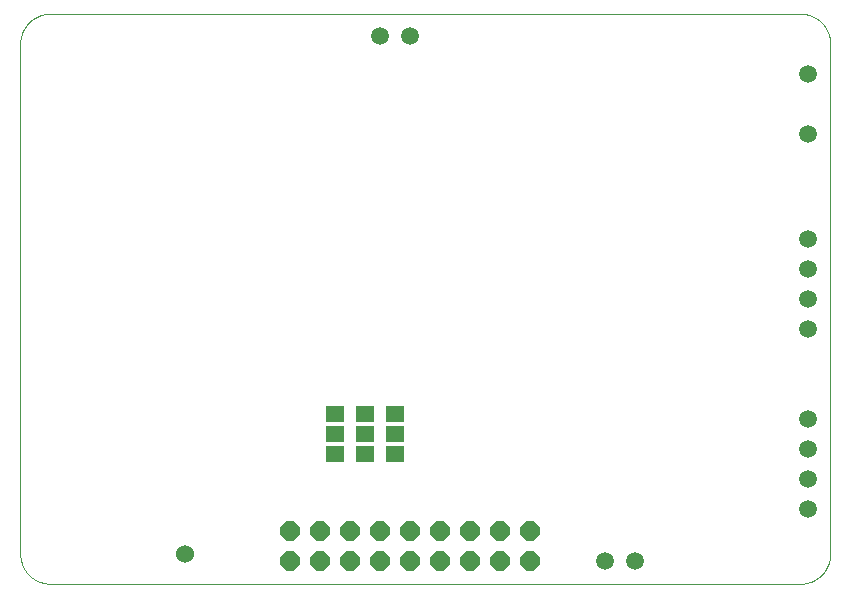
<source format=gbs>
G75*
%MOIN*%
%OFA0B0*%
%FSLAX25Y25*%
%IPPOS*%
%LPD*%
%AMOC8*
5,1,8,0,0,1.08239X$1,22.5*
%
%ADD10C,0.00000*%
%ADD11C,0.06000*%
%ADD12R,0.06306X0.05518*%
%ADD13C,0.05943*%
%ADD14OC8,0.06400*%
D10*
X0027919Y0011500D02*
X0277919Y0011500D01*
X0278161Y0011503D01*
X0278402Y0011512D01*
X0278643Y0011526D01*
X0278884Y0011547D01*
X0279124Y0011573D01*
X0279364Y0011605D01*
X0279603Y0011643D01*
X0279840Y0011686D01*
X0280077Y0011736D01*
X0280312Y0011791D01*
X0280546Y0011851D01*
X0280778Y0011918D01*
X0281009Y0011989D01*
X0281238Y0012067D01*
X0281465Y0012150D01*
X0281690Y0012238D01*
X0281913Y0012332D01*
X0282133Y0012431D01*
X0282351Y0012536D01*
X0282566Y0012645D01*
X0282779Y0012760D01*
X0282989Y0012880D01*
X0283195Y0013005D01*
X0283399Y0013135D01*
X0283600Y0013270D01*
X0283797Y0013410D01*
X0283991Y0013554D01*
X0284181Y0013703D01*
X0284367Y0013857D01*
X0284550Y0014015D01*
X0284729Y0014177D01*
X0284904Y0014344D01*
X0285075Y0014515D01*
X0285242Y0014690D01*
X0285404Y0014869D01*
X0285562Y0015052D01*
X0285716Y0015238D01*
X0285865Y0015428D01*
X0286009Y0015622D01*
X0286149Y0015819D01*
X0286284Y0016020D01*
X0286414Y0016224D01*
X0286539Y0016430D01*
X0286659Y0016640D01*
X0286774Y0016853D01*
X0286883Y0017068D01*
X0286988Y0017286D01*
X0287087Y0017506D01*
X0287181Y0017729D01*
X0287269Y0017954D01*
X0287352Y0018181D01*
X0287430Y0018410D01*
X0287501Y0018641D01*
X0287568Y0018873D01*
X0287628Y0019107D01*
X0287683Y0019342D01*
X0287733Y0019579D01*
X0287776Y0019816D01*
X0287814Y0020055D01*
X0287846Y0020295D01*
X0287872Y0020535D01*
X0287893Y0020776D01*
X0287907Y0021017D01*
X0287916Y0021258D01*
X0287919Y0021500D01*
X0287919Y0191500D01*
X0287916Y0191742D01*
X0287907Y0191983D01*
X0287893Y0192224D01*
X0287872Y0192465D01*
X0287846Y0192705D01*
X0287814Y0192945D01*
X0287776Y0193184D01*
X0287733Y0193421D01*
X0287683Y0193658D01*
X0287628Y0193893D01*
X0287568Y0194127D01*
X0287501Y0194359D01*
X0287430Y0194590D01*
X0287352Y0194819D01*
X0287269Y0195046D01*
X0287181Y0195271D01*
X0287087Y0195494D01*
X0286988Y0195714D01*
X0286883Y0195932D01*
X0286774Y0196147D01*
X0286659Y0196360D01*
X0286539Y0196570D01*
X0286414Y0196776D01*
X0286284Y0196980D01*
X0286149Y0197181D01*
X0286009Y0197378D01*
X0285865Y0197572D01*
X0285716Y0197762D01*
X0285562Y0197948D01*
X0285404Y0198131D01*
X0285242Y0198310D01*
X0285075Y0198485D01*
X0284904Y0198656D01*
X0284729Y0198823D01*
X0284550Y0198985D01*
X0284367Y0199143D01*
X0284181Y0199297D01*
X0283991Y0199446D01*
X0283797Y0199590D01*
X0283600Y0199730D01*
X0283399Y0199865D01*
X0283195Y0199995D01*
X0282989Y0200120D01*
X0282779Y0200240D01*
X0282566Y0200355D01*
X0282351Y0200464D01*
X0282133Y0200569D01*
X0281913Y0200668D01*
X0281690Y0200762D01*
X0281465Y0200850D01*
X0281238Y0200933D01*
X0281009Y0201011D01*
X0280778Y0201082D01*
X0280546Y0201149D01*
X0280312Y0201209D01*
X0280077Y0201264D01*
X0279840Y0201314D01*
X0279603Y0201357D01*
X0279364Y0201395D01*
X0279124Y0201427D01*
X0278884Y0201453D01*
X0278643Y0201474D01*
X0278402Y0201488D01*
X0278161Y0201497D01*
X0277919Y0201500D01*
X0027919Y0201500D01*
X0027677Y0201497D01*
X0027436Y0201488D01*
X0027195Y0201474D01*
X0026954Y0201453D01*
X0026714Y0201427D01*
X0026474Y0201395D01*
X0026235Y0201357D01*
X0025998Y0201314D01*
X0025761Y0201264D01*
X0025526Y0201209D01*
X0025292Y0201149D01*
X0025060Y0201082D01*
X0024829Y0201011D01*
X0024600Y0200933D01*
X0024373Y0200850D01*
X0024148Y0200762D01*
X0023925Y0200668D01*
X0023705Y0200569D01*
X0023487Y0200464D01*
X0023272Y0200355D01*
X0023059Y0200240D01*
X0022849Y0200120D01*
X0022643Y0199995D01*
X0022439Y0199865D01*
X0022238Y0199730D01*
X0022041Y0199590D01*
X0021847Y0199446D01*
X0021657Y0199297D01*
X0021471Y0199143D01*
X0021288Y0198985D01*
X0021109Y0198823D01*
X0020934Y0198656D01*
X0020763Y0198485D01*
X0020596Y0198310D01*
X0020434Y0198131D01*
X0020276Y0197948D01*
X0020122Y0197762D01*
X0019973Y0197572D01*
X0019829Y0197378D01*
X0019689Y0197181D01*
X0019554Y0196980D01*
X0019424Y0196776D01*
X0019299Y0196570D01*
X0019179Y0196360D01*
X0019064Y0196147D01*
X0018955Y0195932D01*
X0018850Y0195714D01*
X0018751Y0195494D01*
X0018657Y0195271D01*
X0018569Y0195046D01*
X0018486Y0194819D01*
X0018408Y0194590D01*
X0018337Y0194359D01*
X0018270Y0194127D01*
X0018210Y0193893D01*
X0018155Y0193658D01*
X0018105Y0193421D01*
X0018062Y0193184D01*
X0018024Y0192945D01*
X0017992Y0192705D01*
X0017966Y0192465D01*
X0017945Y0192224D01*
X0017931Y0191983D01*
X0017922Y0191742D01*
X0017919Y0191500D01*
X0017919Y0021500D01*
X0017922Y0021258D01*
X0017931Y0021017D01*
X0017945Y0020776D01*
X0017966Y0020535D01*
X0017992Y0020295D01*
X0018024Y0020055D01*
X0018062Y0019816D01*
X0018105Y0019579D01*
X0018155Y0019342D01*
X0018210Y0019107D01*
X0018270Y0018873D01*
X0018337Y0018641D01*
X0018408Y0018410D01*
X0018486Y0018181D01*
X0018569Y0017954D01*
X0018657Y0017729D01*
X0018751Y0017506D01*
X0018850Y0017286D01*
X0018955Y0017068D01*
X0019064Y0016853D01*
X0019179Y0016640D01*
X0019299Y0016430D01*
X0019424Y0016224D01*
X0019554Y0016020D01*
X0019689Y0015819D01*
X0019829Y0015622D01*
X0019973Y0015428D01*
X0020122Y0015238D01*
X0020276Y0015052D01*
X0020434Y0014869D01*
X0020596Y0014690D01*
X0020763Y0014515D01*
X0020934Y0014344D01*
X0021109Y0014177D01*
X0021288Y0014015D01*
X0021471Y0013857D01*
X0021657Y0013703D01*
X0021847Y0013554D01*
X0022041Y0013410D01*
X0022238Y0013270D01*
X0022439Y0013135D01*
X0022643Y0013005D01*
X0022849Y0012880D01*
X0023059Y0012760D01*
X0023272Y0012645D01*
X0023487Y0012536D01*
X0023705Y0012431D01*
X0023925Y0012332D01*
X0024148Y0012238D01*
X0024373Y0012150D01*
X0024600Y0012067D01*
X0024829Y0011989D01*
X0025060Y0011918D01*
X0025292Y0011851D01*
X0025526Y0011791D01*
X0025761Y0011736D01*
X0025998Y0011686D01*
X0026235Y0011643D01*
X0026474Y0011605D01*
X0026714Y0011573D01*
X0026954Y0011547D01*
X0027195Y0011526D01*
X0027436Y0011512D01*
X0027677Y0011503D01*
X0027919Y0011500D01*
D11*
X0072919Y0021500D03*
D12*
X0122919Y0054807D03*
X0122919Y0061500D03*
X0132919Y0061500D03*
X0132919Y0054807D03*
X0142919Y0054807D03*
X0142919Y0061500D03*
X0142919Y0068193D03*
X0132919Y0068193D03*
X0122919Y0068193D03*
D13*
X0212919Y0019000D03*
X0222919Y0019000D03*
X0280419Y0036500D03*
X0280419Y0046500D03*
X0280419Y0056500D03*
X0280419Y0066500D03*
X0280419Y0096500D03*
X0280419Y0106500D03*
X0280419Y0116500D03*
X0280419Y0126500D03*
X0280419Y0161500D03*
X0280419Y0181500D03*
X0147919Y0194000D03*
X0137919Y0194000D03*
D14*
X0137919Y0029000D03*
X0147919Y0029000D03*
X0157919Y0029000D03*
X0167919Y0029000D03*
X0177919Y0029000D03*
X0187919Y0029000D03*
X0187919Y0019000D03*
X0177919Y0019000D03*
X0167919Y0019000D03*
X0157919Y0019000D03*
X0147919Y0019000D03*
X0137919Y0019000D03*
X0127919Y0019000D03*
X0117919Y0019000D03*
X0107919Y0019000D03*
X0107919Y0029000D03*
X0117919Y0029000D03*
X0127919Y0029000D03*
M02*

</source>
